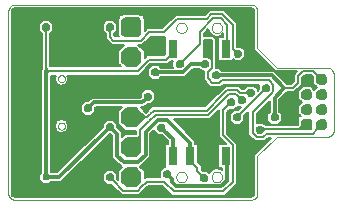
<source format=gbr>
G04 PROTEUS RS274X GERBER FILE*
%FSLAX45Y45*%
%MOMM*%
G01*
%ADD10C,0.177800*%
%ADD11C,0.300000*%
%ADD14C,0.609600*%
%AMPPAD013*
4,1,36,
-0.800000,0.495200,
-0.800000,-0.495200,
-0.793940,-0.557520,
-0.776490,-0.615160,
-0.748770,-0.666980,
-0.711890,-0.711890,
-0.666980,-0.748760,
-0.615160,-0.776480,
-0.557520,-0.793930,
-0.495200,-0.800000,
0.495200,-0.800000,
0.557520,-0.793930,
0.615160,-0.776480,
0.666980,-0.748760,
0.711890,-0.711890,
0.748770,-0.666980,
0.776490,-0.615160,
0.793940,-0.557520,
0.800000,-0.495200,
0.800000,0.495200,
0.793940,0.557520,
0.776490,0.615160,
0.748770,0.666980,
0.711890,0.711890,
0.666980,0.748760,
0.615160,0.776480,
0.557520,0.793930,
0.495200,0.800000,
-0.495200,0.800000,
-0.557520,0.793930,
-0.615160,0.776480,
-0.666980,0.748760,
-0.711890,0.711890,
-0.748770,0.666980,
-0.776490,0.615160,
-0.793940,0.557520,
-0.800000,0.495200,
0*%
%ADD21PPAD013*%
%ADD22C,1.600000*%
%AMPPAD016*
4,1,36,
0.450000,0.323000,
0.450000,-0.323000,
0.447470,-0.348970,
0.440200,-0.372980,
0.428650,-0.394580,
0.413290,-0.413290,
0.394570,-0.428650,
0.372980,-0.440200,
0.348970,-0.447470,
0.323000,-0.450000,
-0.323000,-0.450000,
-0.348970,-0.447470,
-0.372980,-0.440200,
-0.394570,-0.428650,
-0.413290,-0.413290,
-0.428650,-0.394580,
-0.440200,-0.372980,
-0.447470,-0.348970,
-0.450000,-0.323000,
-0.450000,0.323000,
-0.447470,0.348970,
-0.440200,0.372980,
-0.428650,0.394580,
-0.413290,0.413290,
-0.394570,0.428650,
-0.372980,0.440200,
-0.348970,0.447470,
-0.323000,0.450000,
0.323000,0.450000,
0.348970,0.447470,
0.372980,0.440200,
0.394570,0.428650,
0.413290,0.413290,
0.428650,0.394580,
0.440200,0.372980,
0.447470,0.348970,
0.450000,0.323000,
0*%
%ADD24PPAD016*%
%ADD25C,0.900000*%
%ADD72R,1.000000X0.800000*%
%ADD73R,0.700000X1.500000*%
%ADD29C,0.025400*%
G36*
X+1469631Y+795239D02*
X+1476471Y+790672D01*
X+1481039Y+783831D01*
X+1483360Y+771990D01*
X+1483360Y+445628D01*
X+1664828Y+264160D01*
X+1846388Y+264160D01*
X+1818184Y+235956D01*
X+1818184Y+179372D01*
X+1795021Y+156209D01*
X+1763269Y+156209D01*
X+1649209Y+270269D01*
X+1208769Y+270269D01*
X+1189479Y+289559D01*
X+1163271Y+289559D01*
X+1163271Y+541779D01*
X+1155969Y+549081D01*
X+1155969Y+558269D01*
X+1146781Y+558269D01*
X+1142441Y+562609D01*
X+1057909Y+562609D01*
X+1057909Y+582171D01*
X+1097839Y+622101D01*
X+1103698Y+597425D01*
X+1133395Y+566859D01*
X+1169300Y+557782D01*
X+1205205Y+566859D01*
X+1221741Y+583879D01*
X+1221741Y+558269D01*
X+1182631Y+558269D01*
X+1182631Y+354931D01*
X+1305969Y+354931D01*
X+1305969Y+364593D01*
X+1318771Y+351791D01*
X+1373629Y+351791D01*
X+1407159Y+385321D01*
X+1407159Y+440179D01*
X+1373629Y+473709D01*
X+1341469Y+473709D01*
X+1341469Y+670410D01*
X+1229636Y+782243D01*
X+1107218Y+782243D01*
X+1067907Y+742932D01*
X+819644Y+742932D01*
X+705448Y+628736D01*
X+578551Y+628736D01*
X+556259Y+606444D01*
X+556259Y+706879D01*
X+551169Y+711969D01*
X+551169Y+741669D01*
X+521469Y+741669D01*
X+516379Y+746759D01*
X+372621Y+746759D01*
X+367531Y+741669D01*
X+337831Y+741669D01*
X+337831Y+711969D01*
X+332741Y+706879D01*
X+332741Y+563121D01*
X+336991Y+558871D01*
X+307766Y+558871D01*
X+297239Y+569398D01*
X+297239Y+582631D01*
X+322639Y+608031D01*
X+322639Y+662889D01*
X+289109Y+696419D01*
X+234251Y+696419D01*
X+200721Y+662889D01*
X+200721Y+608031D01*
X+226121Y+582631D01*
X+226121Y+539940D01*
X+278308Y+487753D01*
X+386665Y+487753D01*
X+332741Y+433829D01*
X+332741Y+328171D01*
X+356046Y+304866D01*
X-243761Y+304866D01*
X-243761Y+582631D01*
X-218361Y+608031D01*
X-218361Y+662889D01*
X-251891Y+696419D01*
X-306749Y+696419D01*
X-340279Y+662889D01*
X-340279Y+608031D01*
X-314879Y+582631D01*
X-314879Y+286556D01*
X-320989Y+280446D01*
X-320989Y-595388D01*
X-336469Y-610868D01*
X-336469Y-658212D01*
X-302992Y-691689D01*
X-255648Y-691689D01*
X-240168Y-676209D01*
X-146591Y-676209D01*
X+262109Y-267509D01*
X+266171Y-267509D01*
X+282181Y-283519D01*
X+282181Y-468109D01*
X+363741Y-549669D01*
X+365243Y-549669D01*
X+332741Y-582171D01*
X+332741Y-652853D01*
X+325099Y-645211D01*
X+325099Y-607111D01*
X+291569Y-573581D01*
X+236711Y-573581D01*
X+203181Y-607111D01*
X+203181Y-661969D01*
X+236711Y-695499D01*
X+274811Y-695499D01*
X+361571Y-782259D01*
X+511982Y-782259D01*
X+588703Y-705538D01*
X+706657Y-705538D01*
X+789472Y-788353D01*
X+1239674Y-788353D01*
X+1341447Y-686580D01*
X+1341447Y-347808D01*
X+1258287Y-264648D01*
X+1258287Y-81051D01*
X+1278379Y-60959D01*
X+1316479Y-60959D01*
X+1343025Y-34413D01*
X+1350521Y-41909D01*
X+1374653Y-41909D01*
X+1350521Y-66041D01*
X+1312421Y-66041D01*
X+1278891Y-99571D01*
X+1278891Y-154429D01*
X+1312421Y-187959D01*
X+1367279Y-187959D01*
X+1400809Y-154429D01*
X+1400809Y-116329D01*
X+1436618Y-80520D01*
X+1436618Y-273528D01*
X+1490970Y-327880D01*
X+1575808Y-327880D01*
X+1604055Y-299633D01*
X+1629355Y-299633D01*
X+1483360Y-445628D01*
X+1483360Y-771989D01*
X+1481039Y-783831D01*
X+1476472Y-790672D01*
X+1469631Y-795239D01*
X+1457789Y-797560D01*
X-543389Y-797560D01*
X-555231Y-795239D01*
X-562072Y-790672D01*
X-566639Y-783831D01*
X-568960Y-771989D01*
X-568960Y+771989D01*
X-566639Y+783831D01*
X-562072Y+790672D01*
X-555231Y+795239D01*
X-543389Y+797560D01*
X+1457789Y+797560D01*
X+1469631Y+795239D01*
G37*
%LPC*%
G36*
X+678430Y-726605D02*
X+678430Y-746595D01*
X+664295Y-760730D01*
X+644305Y-760730D01*
X+630170Y-746595D01*
X+630170Y-726605D01*
X+644305Y-712470D01*
X+664295Y-712470D01*
X+678430Y-726605D01*
G37*
G36*
X+1408430Y-726605D02*
X+1408430Y-746595D01*
X+1394295Y-760730D01*
X+1374305Y-760730D01*
X+1360170Y-746595D01*
X+1360170Y-726605D01*
X+1374305Y-712470D01*
X+1394295Y-712470D01*
X+1408430Y-726605D01*
G37*
G36*
X+1387982Y-535490D02*
X+1380618Y-535490D01*
X+1375410Y-530282D01*
X+1375410Y-522918D01*
X+1380618Y-517710D01*
X+1387982Y-517710D01*
X+1393190Y-522918D01*
X+1393190Y-530282D01*
X+1387982Y-535490D01*
G37*
G36*
X+1408430Y+746595D02*
X+1408430Y+726605D01*
X+1394295Y+712470D01*
X+1374305Y+712470D01*
X+1360170Y+726605D01*
X+1360170Y+746595D01*
X+1374305Y+760730D01*
X+1394295Y+760730D01*
X+1408430Y+746595D01*
G37*
G36*
X+1380618Y+535490D02*
X+1387982Y+535490D01*
X+1393190Y+530282D01*
X+1393190Y+522918D01*
X+1387982Y+517710D01*
X+1380618Y+517710D01*
X+1375410Y+522918D01*
X+1375410Y+530282D01*
X+1380618Y+535490D01*
G37*
G36*
X+678430Y+746595D02*
X+678430Y+726605D01*
X+664295Y+712470D01*
X+644305Y+712470D01*
X+630170Y+726605D01*
X+630170Y+746595D01*
X+644305Y+760730D01*
X+664295Y+760730D01*
X+678430Y+746595D01*
G37*
G36*
X+1747520Y+180505D02*
X+1747520Y+200495D01*
X+1761655Y+214630D01*
X+1781645Y+214630D01*
X+1795780Y+200495D01*
X+1795780Y+180505D01*
X+1781645Y+166370D01*
X+1761655Y+166370D01*
X+1747520Y+180505D01*
G37*
G36*
X+1322070Y+313855D02*
X+1322070Y+333845D01*
X+1336205Y+347980D01*
X+1356195Y+347980D01*
X+1370330Y+333845D01*
X+1370330Y+313855D01*
X+1356195Y+299720D01*
X+1336205Y+299720D01*
X+1322070Y+313855D01*
G37*
G36*
X+1283970Y-241395D02*
X+1283970Y-221405D01*
X+1298105Y-207270D01*
X+1318095Y-207270D01*
X+1332230Y-221405D01*
X+1332230Y-241395D01*
X+1318095Y-255530D01*
X+1298105Y-255530D01*
X+1283970Y-241395D01*
G37*
G36*
X-385730Y-404995D02*
X-385730Y-385005D01*
X-371595Y-370870D01*
X-351605Y-370870D01*
X-337470Y-385005D01*
X-337470Y-404995D01*
X-351605Y-419130D01*
X-371595Y-419130D01*
X-385730Y-404995D01*
G37*
G36*
X-385730Y+385005D02*
X-385730Y+404995D01*
X-371595Y+419130D01*
X-351605Y+419130D01*
X-337470Y+404995D01*
X-337470Y+385005D01*
X-351605Y+370870D01*
X-371595Y+370870D01*
X-385730Y+385005D01*
G37*
G36*
X+80010Y+323205D02*
X+80010Y+343195D01*
X+94145Y+357330D01*
X+114135Y+357330D01*
X+128270Y+343195D01*
X+128270Y+323205D01*
X+114135Y+309070D01*
X+94145Y+309070D01*
X+80010Y+323205D01*
G37*
G36*
X-544830Y-759295D02*
X-544830Y-739305D01*
X-530695Y-725170D01*
X-510705Y-725170D01*
X-496570Y-739305D01*
X-496570Y-759295D01*
X-510705Y-773430D01*
X-530695Y-773430D01*
X-544830Y-759295D01*
G37*
G36*
X-140730Y+325005D02*
X-140730Y+344995D01*
X-126595Y+359130D01*
X-106605Y+359130D01*
X-92470Y+344995D01*
X-92470Y+325005D01*
X-106605Y+310870D01*
X-126595Y+310870D01*
X-140730Y+325005D01*
G37*
G36*
X-544830Y+739305D02*
X-544830Y+759295D01*
X-530695Y+773430D01*
X-510705Y+773430D01*
X-496570Y+759295D01*
X-496570Y+739305D01*
X-510705Y+725170D01*
X-530695Y+725170D01*
X-544830Y+739305D01*
G37*
%LPD*%
G36*
X+732631Y+406669D02*
X+724471Y+398509D01*
X+576261Y+398509D01*
X+556259Y+378507D01*
X+556259Y+433829D01*
X+502335Y+487753D01*
X+538144Y+487753D01*
X+608009Y+557618D01*
X+732631Y+557618D01*
X+732631Y+406669D01*
G37*
%LPC*%
G36*
X+650618Y+535490D02*
X+657982Y+535490D01*
X+663190Y+530282D01*
X+663190Y+522918D01*
X+657982Y+517710D01*
X+650618Y+517710D01*
X+645410Y+522918D01*
X+645410Y+530282D01*
X+650618Y+535490D01*
G37*
%LPD*%
G36*
X+792541Y+352279D02*
X+792541Y+297421D01*
X+794293Y+295669D01*
X+694419Y+295669D01*
X+675129Y+314959D01*
X+620271Y+314959D01*
X+586741Y+281429D01*
X+586741Y+226571D01*
X+620271Y+193041D01*
X+675129Y+193041D01*
X+694419Y+212331D01*
X+899909Y+212331D01*
X+969759Y+282181D01*
X+1020081Y+282181D01*
X+1039371Y+262891D01*
X+1056641Y+262891D01*
X+1056641Y+188471D01*
X+1113140Y+131972D01*
X+1203960Y+131972D01*
X+1223396Y+151408D01*
X+1529870Y+151408D01*
X+1526541Y+148079D01*
X+1526541Y+109979D01*
X+1515109Y+98547D01*
X+1515109Y+109979D01*
X+1481579Y+143509D01*
X+1426721Y+143509D01*
X+1401321Y+118109D01*
X+1379401Y+118109D01*
X+1354022Y+143488D01*
X+1243815Y+143488D01*
X+1066968Y-33359D01*
X+620131Y-33359D01*
X+567789Y-85701D01*
X+523757Y-41669D01*
X+551460Y-41669D01*
X+582169Y-10959D01*
X+611629Y-10959D01*
X+645159Y+22571D01*
X+645159Y+77429D01*
X+611629Y+110959D01*
X+556771Y+110959D01*
X+523241Y+77429D01*
X+523241Y+47969D01*
X+516941Y+41669D01*
X+109741Y+41669D01*
X+78231Y+10159D01*
X+48771Y+10159D01*
X+15241Y-23371D01*
X+15241Y-78229D01*
X+48771Y-111759D01*
X+103629Y-111759D01*
X+137159Y-78229D01*
X+137159Y-48769D01*
X+144259Y-41669D01*
X+365243Y-41669D01*
X+332741Y-74171D01*
X+332741Y-179829D01*
X+391671Y-238759D01*
X+485141Y-238759D01*
X+485141Y-269241D01*
X+391671Y-269241D01*
X+365519Y-295393D01*
X+365519Y-249001D01*
X+325099Y-208581D01*
X+325099Y-179121D01*
X+291569Y-145591D01*
X+236711Y-145591D01*
X+203181Y-179121D01*
X+203181Y-208581D01*
X-181109Y-592871D01*
X-237651Y-592871D01*
X-237651Y+227627D01*
X-193814Y+227627D01*
X-204540Y+206759D01*
X-204540Y+193241D01*
X-183618Y+152538D01*
X-146600Y+140657D01*
X-109582Y+152538D01*
X-88660Y+193241D01*
X-88660Y+206759D01*
X-99386Y+227627D01*
X+505955Y+227627D01*
X+605719Y+327391D01*
X+753929Y+327391D01*
X+781469Y+354931D01*
X+795193Y+354931D01*
X+792541Y+352279D01*
G37*
%LPC*%
G36*
X-120604Y-149000D02*
X-109582Y-152538D01*
X-88660Y-193241D01*
X-88660Y-206759D01*
X-91751Y-212773D01*
X-109582Y-247462D01*
X-120604Y-251000D01*
X-146600Y-259343D01*
X-183618Y-247462D01*
X-204540Y-206759D01*
X-204540Y-193241D01*
X-201449Y-187227D01*
X-183618Y-152538D01*
X-172596Y-149000D01*
X-146600Y-140657D01*
X-120604Y-149000D01*
G37*
G36*
X+467858Y+70610D02*
X+421142Y+70610D01*
X+388110Y+103642D01*
X+388110Y+150358D01*
X+421142Y+183390D01*
X+467858Y+183390D01*
X+500890Y+150358D01*
X+500890Y+103642D01*
X+467858Y+70610D01*
G37*
G36*
X-140730Y-344995D02*
X-140730Y-325005D01*
X-126595Y-310870D01*
X-106605Y-310870D01*
X-92470Y-325005D01*
X-92470Y-344995D01*
X-106605Y-359130D01*
X-126595Y-359130D01*
X-140730Y-344995D01*
G37*
G36*
X+904370Y+15005D02*
X+904370Y+34995D01*
X+918505Y+49130D01*
X+938495Y+49130D01*
X+952630Y+34995D01*
X+952630Y+15005D01*
X+938495Y+870D01*
X+918505Y+870D01*
X+904370Y+15005D01*
G37*
%LPD*%
G36*
X+1983741Y+213871D02*
X+1983741Y+156721D01*
X+2013462Y+127000D01*
X+1993900Y+107438D01*
X+1964179Y+137159D01*
X+1896621Y+137159D01*
X+1856741Y+97279D01*
X+1856741Y+29721D01*
X+1886462Y+0D01*
X+1856741Y-29721D01*
X+1856741Y-97279D01*
X+1878293Y-118831D01*
X+1858731Y-118831D01*
X+1858731Y-142031D01*
X+1856741Y-144021D01*
X+1856741Y-188471D01*
X+1852171Y-193041D01*
X+1583129Y-193041D01*
X+1560529Y-170441D01*
X+1507736Y-170441D01*
X+1507736Y-97684D01*
X+1615681Y+10261D01*
X+1615681Y-80281D01*
X+1596391Y-99572D01*
X+1596391Y-154430D01*
X+1629921Y-187960D01*
X+1684779Y-187960D01*
X+1718309Y-154430D01*
X+1718309Y-99572D01*
X+1711959Y-93221D01*
X+1699019Y-80281D01*
X+1699019Y+20841D01*
X+1763269Y+85091D01*
X+1824479Y+85091D01*
X+1889302Y+149914D01*
X+1889302Y+206498D01*
X+1911367Y+228563D01*
X+1913464Y+228563D01*
X+1891510Y+206609D01*
X+1891510Y+174391D01*
X+1914291Y+151610D01*
X+1946509Y+151610D01*
X+1969290Y+174391D01*
X+1969290Y+206609D01*
X+1947336Y+228563D01*
X+1969049Y+228563D01*
X+1983741Y+213871D01*
G37*
%LPC*%
G36*
X+1512570Y-136996D02*
X+1512570Y-117006D01*
X+1526705Y-102871D01*
X+1546695Y-102871D01*
X+1560830Y-117006D01*
X+1560830Y-136996D01*
X+1546695Y-151131D01*
X+1526705Y-151131D01*
X+1512570Y-136996D01*
G37*
%LPD*%
G36*
X+1187169Y-279377D02*
X+1187169Y-294106D01*
X+1247994Y-354931D01*
X+1182631Y-354931D01*
X+1182631Y-558269D01*
X+1209281Y-558269D01*
X+1209281Y-571054D01*
X+1205205Y-566859D01*
X+1197529Y-564918D01*
X+1169300Y-557782D01*
X+1133395Y-566859D01*
X+1104297Y-596809D01*
X+1087879Y-580391D01*
X+1049779Y-580391D01*
X+1038859Y-569471D01*
X+1038859Y-537721D01*
X+1005969Y-504831D01*
X+1005969Y-354931D01*
X+985969Y-354931D01*
X+985969Y-323791D01*
X+802183Y-140005D01*
X+1111066Y-140005D01*
X+1187169Y-63902D01*
X+1187169Y-279377D01*
G37*
%LPC*%
G36*
X+1093470Y-505296D02*
X+1093470Y-485306D01*
X+1107605Y-471171D01*
X+1127595Y-471171D01*
X+1141730Y-485306D01*
X+1141730Y-505296D01*
X+1127595Y-519431D01*
X+1107605Y-519431D01*
X+1093470Y-505296D01*
G37*
%LPD*%
G36*
X+637541Y-241729D02*
X+671071Y-275259D01*
X+700531Y-275259D01*
X+752631Y-327359D01*
X+752631Y-354931D01*
X+732631Y-354931D01*
X+732631Y-548641D01*
X+721871Y-548641D01*
X+688341Y-582171D01*
X+688341Y-634366D01*
X+674246Y-634366D01*
X+674192Y-634420D01*
X+559245Y-634420D01*
X+556259Y-637406D01*
X+556259Y-582171D01*
X+521333Y-547245D01*
X+606539Y-462039D01*
X+606539Y-265189D01*
X+637541Y-234187D01*
X+637541Y-241729D01*
G37*
%LPC*%
G36*
X+657982Y-535490D02*
X+650618Y-535490D01*
X+645410Y-530282D01*
X+645410Y-522918D01*
X+650618Y-517710D01*
X+657982Y-517710D01*
X+663190Y-522918D01*
X+663190Y-530282D01*
X+657982Y-535490D01*
G37*
G36*
X+622320Y-340195D02*
X+622320Y-320205D01*
X+636455Y-306070D01*
X+656445Y-306070D01*
X+670580Y-320205D01*
X+670580Y-340195D01*
X+656445Y-354330D01*
X+636455Y-354330D01*
X+622320Y-340195D01*
G37*
%LPD*%
D10*
X+444500Y+381000D02*
X+444500Y+457200D01*
X+482600Y+457200D01*
X+520700Y+419100D01*
X+520700Y+342900D01*
X+482600Y+304800D01*
X+406400Y+304800D01*
X+368300Y+342900D01*
X+368300Y+419100D01*
X+406400Y+457200D01*
X+444500Y+457200D01*
X+444500Y+635000D02*
X+444500Y+711200D01*
X+501650Y+711200D01*
X+520700Y+692150D01*
X+520700Y+577850D01*
X+501650Y+558800D01*
X+387350Y+558800D01*
X+368300Y+577850D01*
X+368300Y+692150D01*
X+387350Y+711200D01*
X+444500Y+711200D01*
X+76200Y-50800D02*
X+95250Y-31750D01*
D11*
X+476250Y+0D02*
X+495300Y+0D01*
X+534200Y+0D01*
D10*
X+584200Y+50000D02*
X+565150Y+30950D01*
X+590550Y+24600D02*
X+571500Y+24600D01*
X+558800Y+24600D01*
X+584200Y+50000D02*
X+584200Y+75400D01*
X+596900Y+75400D01*
X+609600Y+62700D01*
X+609600Y+37300D01*
X+596900Y+24600D01*
X+590550Y+24600D01*
X+571500Y+24600D02*
X+565150Y+30950D01*
D11*
X+558800Y+24600D01*
X+534200Y+0D01*
D10*
X+558800Y+43650D02*
X+558800Y+37300D01*
X+558800Y+24600D01*
X+565150Y+30950D02*
X+558800Y+37300D01*
X+558800Y+43650D02*
X+558800Y+62700D01*
X+571500Y+75400D01*
X+596900Y+75400D01*
X+101600Y-45250D02*
X+101600Y-38100D01*
X+101600Y-25400D01*
X+95250Y-31750D02*
X+101600Y-38100D01*
D11*
X+95250Y-31750D02*
X+101600Y-25400D01*
X+127000Y+0D01*
X+476250Y+0D01*
D10*
X+82550Y-25400D02*
X+88900Y-25400D01*
X+101600Y-25400D01*
X+76200Y-50800D02*
X+76200Y-25400D01*
X+82550Y-25400D01*
X+88900Y-25400D02*
X+95250Y-31750D01*
X+101600Y-45250D02*
X+101600Y-63500D01*
X+88900Y-76200D01*
X+63500Y-76200D01*
X+50800Y-63500D01*
X+50800Y-38100D01*
X+63500Y-25400D01*
X+82550Y-25400D01*
X+283190Y-225600D02*
X+276840Y-231950D01*
X+646450Y-330200D02*
X+646450Y-355600D01*
X+671850Y-342900D02*
X+659150Y-355600D01*
X+646450Y-368300D01*
X+646450Y-330200D02*
X+646450Y-304800D01*
X+659150Y-304800D01*
X+671850Y-317500D01*
X+671850Y-342900D01*
X+659150Y-355600D02*
X+646450Y-355600D01*
X+646450Y-368300D01*
X+646450Y-518750D01*
X+654300Y-526600D01*
X+627400Y-349250D02*
X+633750Y-355600D01*
X+646450Y-368300D01*
X+646450Y-355600D02*
X+633750Y-355600D01*
X+627400Y-349250D02*
X+621050Y-342900D01*
X+621050Y-317500D01*
X+633750Y-304800D01*
X+659150Y-304800D01*
X+238740Y-206550D02*
X+264140Y-206550D01*
X+238740Y-206550D02*
X+238740Y-193850D01*
X+251440Y-181150D01*
X+276840Y-181150D01*
X+238740Y-219250D02*
X+238740Y-206550D01*
X+251440Y-231950D02*
X+238740Y-231950D01*
D11*
X+212145Y-258545D01*
D10*
X+238740Y-231950D02*
X+238740Y-219250D01*
X+264140Y-206550D02*
X+289540Y-206550D01*
X+282795Y-187105D02*
X+289540Y-193850D01*
X+264140Y-206550D02*
X+264140Y-181150D01*
X+276840Y-181150D01*
X+282795Y-187105D01*
X+283190Y-225600D02*
X+289540Y-219250D01*
D11*
X-247570Y-634540D02*
X-276380Y-634540D01*
X-279320Y-634540D01*
X-247570Y-634540D02*
X-163850Y-634540D01*
X+212145Y-258545D01*
D10*
X+853500Y+324850D02*
X+878900Y+324850D01*
X+872550Y+305800D02*
X+878900Y+312150D01*
X+872550Y+343900D02*
X+878900Y+337550D01*
X+1346200Y+412750D02*
X+1346200Y+438150D01*
X+1358900Y+438150D01*
X+1371600Y+425450D01*
X+1371600Y+406400D01*
X+368300Y+127000D02*
X+368300Y+165100D01*
X+406400Y+203200D01*
X+444500Y+203200D01*
X+444500Y-635000D02*
X+520700Y-635000D01*
X+444500Y-635000D02*
X+444500Y-558800D01*
X+482600Y-558800D01*
X+520700Y-596900D01*
X+520700Y-635000D01*
X+520700Y-673100D01*
X+482600Y-711200D01*
X+406400Y-711200D01*
X+368300Y-673100D01*
X+368300Y-596900D01*
X+406400Y-558800D01*
X+444500Y-558800D01*
X+753400Y+377150D02*
X+739200Y+362950D01*
X+794300Y+456600D02*
X+794300Y+418050D01*
X+753400Y+377150D01*
X-116600Y-335000D02*
X+13074Y-205326D01*
X+13074Y-24520D01*
X+164594Y+127000D01*
X+368300Y+127000D01*
X+444500Y+127000D01*
X+1346200Y+412750D02*
X+1327150Y+431800D01*
X+1320800Y+412750D02*
X+1320800Y+425450D01*
X+1320800Y+438150D01*
X+1327150Y+431800D02*
X+1320800Y+438150D01*
X+1346200Y+412750D02*
X+1371600Y+412750D01*
X+1371600Y+400050D01*
X+1358900Y+387350D01*
X+1333500Y+387350D01*
X+1320800Y+400050D01*
X+1320800Y+412750D01*
X+1320800Y+425450D02*
X+1327150Y+431800D01*
X+1339850Y+438150D02*
X+1333500Y+438150D01*
X+1320800Y+438150D01*
X+1327150Y+431800D02*
X+1333500Y+438150D01*
X+1339850Y+438150D02*
X+1346200Y+438150D01*
X+444500Y-50800D02*
X+482600Y-50800D01*
X+444500Y-127000D02*
X+444500Y-50800D01*
X+444500Y-381000D02*
X+501650Y-438150D01*
X+482600Y-457200D01*
X+406400Y-457200D01*
X+368300Y-419100D01*
X+368300Y-342900D01*
X+406400Y-304800D01*
X+444500Y-304800D01*
X+2057400Y-63500D02*
X+2057400Y-25400D01*
X+2076450Y-25400D01*
X+2095500Y-44450D01*
X+2095500Y-82550D01*
X+2076450Y-101600D01*
X+2038350Y-101600D01*
X+2019300Y-82550D01*
X+2019300Y-44450D01*
X+2038350Y-25400D01*
X+2057400Y-25400D01*
X+2057400Y+63500D02*
X+2057400Y+101600D01*
X+2076450Y+101600D01*
X+2095500Y+82550D01*
X+2095500Y+44450D01*
X+2076450Y+25400D01*
X+2038350Y+25400D01*
X+2019300Y+44450D01*
X+2019300Y+82550D01*
X+2038350Y+101600D01*
X+2057400Y+101600D01*
X+1892300Y+190500D02*
X+1892300Y+209550D01*
X+1911350Y+228600D01*
X+1930400Y+228600D01*
X+1930400Y+190500D02*
X+1892300Y+190500D01*
X+1930400Y+63500D02*
X+1930400Y+101600D01*
X+1949450Y+101600D01*
X+1968500Y+82550D01*
X+1968500Y+44450D01*
X+1949450Y+25400D01*
X+1911350Y+25400D01*
X+1901825Y+34925D01*
X+1892300Y+44450D01*
X+1892300Y+63500D01*
X+1901825Y+34925D02*
X+1930400Y+63500D01*
X+1930400Y-63500D02*
X+1930400Y-25400D01*
X+1949450Y-25400D01*
X+1968500Y-44450D01*
X+1968500Y-82550D01*
X+1949450Y-101600D01*
X+1911350Y-101600D01*
X+1901825Y-92075D01*
X+1892300Y-82550D01*
X+1892300Y-63500D01*
X+2057400Y-190500D02*
X+2028825Y-219075D01*
X+1263650Y+6350D02*
X+1263650Y+12700D01*
X+1276350Y+25400D01*
X+1301750Y+25400D01*
X+1892300Y-190500D02*
X+1930400Y-190500D01*
X+1898650Y-228600D02*
X+1892300Y-222250D01*
X+1892300Y-190500D02*
X+1892300Y-158750D01*
X+1898650Y-152400D02*
X+1930400Y-152400D01*
X+2053850Y-228600D02*
X+2038350Y-228600D01*
X+2019300Y-228600D01*
X+2057400Y-190500D02*
X+2057400Y-152400D01*
X+2076450Y-152400D01*
X+2095500Y-171450D01*
X+2095500Y-209550D01*
X+2076450Y-228600D01*
X+2053850Y-228600D01*
X+2038350Y-228600D02*
X+2028825Y-219075D01*
X+2019300Y-228600D01*
X+2019300Y-201600D02*
X+2019300Y-209550D01*
X+2019300Y-228600D01*
X+2028825Y-219075D02*
X+2019300Y-209550D01*
X+2019300Y-201600D02*
X+2019300Y-171450D01*
X+2038350Y-152400D01*
X+2057400Y-152400D01*
X+1533100Y-231400D02*
X+1558500Y-231400D01*
X+1558500Y-237750D01*
X+1539450Y-206000D02*
X+1545800Y-206000D01*
X+1552150Y-212350D01*
X+1930400Y+63500D02*
X+1892300Y+63500D01*
D11*
X+238740Y-231950D02*
X+245090Y-225600D01*
D10*
X+264140Y-206550D01*
X+251440Y-231950D02*
X+245090Y-225600D01*
X+238740Y-219250D01*
X+289540Y-647240D02*
X+283190Y-653590D01*
X+276840Y-659940D01*
X+1289050Y+0D02*
X+1289050Y-25400D01*
X+289540Y-659940D02*
X+283190Y-653590D01*
X+264140Y-634540D01*
X+264140Y-659940D02*
X+270490Y-659940D01*
X+276840Y-659940D01*
X+289540Y-659940D01*
X+264140Y-659940D02*
X+251440Y-659940D01*
X+238740Y-647240D01*
X+238740Y-621840D01*
X+251440Y-609140D01*
X+276840Y-609140D01*
X+289540Y-628190D02*
X+289540Y-634540D01*
X+289540Y-647240D01*
X+289540Y-659940D01*
X+264140Y-634540D02*
X+264140Y-609140D01*
X+276840Y-609140D01*
X+289540Y-621840D01*
X+289540Y-628190D01*
X+497253Y-746700D02*
X+376300Y-746700D01*
X+289540Y-659940D01*
X+774700Y-603250D02*
X+774700Y-622300D01*
X+749300Y-609600D02*
X+749300Y-584200D01*
X+762000Y-584200D01*
X+774700Y-596900D01*
X+774700Y-603250D01*
X+723900Y-622300D02*
X+723900Y-596900D01*
X+736600Y-584200D01*
X+762000Y-584200D01*
X+688975Y-669925D02*
X+715287Y-669925D01*
X+715341Y-669979D01*
X+723900Y-622300D02*
X+736600Y-635000D01*
X+762000Y-635000D02*
X+736600Y-635000D01*
X+609600Y-669979D02*
X+670540Y-669979D01*
X+715341Y-669979D01*
X+609600Y-669979D02*
X+573974Y-669979D01*
X+527672Y-716281D01*
X+497253Y-746700D01*
X+1041400Y-622300D02*
X+1047750Y-615950D01*
X+1060450Y-615950D02*
X+1073150Y-615950D01*
X+1085850Y-628650D01*
X+1085850Y-654050D01*
X+1060450Y-641350D02*
X+1085850Y-641350D01*
X+1085850Y-654050D01*
X+1073150Y-666750D01*
X+1047750Y-666750D01*
X+1035050Y-654050D01*
X+1035050Y-641350D01*
X+1035050Y-628650D02*
X+1041400Y-622300D01*
X+698500Y-214300D02*
X+717550Y-233350D01*
X+444500Y-127000D02*
X+501650Y-69850D01*
X+482600Y-50800D02*
X+501650Y-69850D01*
X+520700Y-100000D02*
X+520700Y-88900D01*
X+444500Y-381000D02*
X+501650Y-323850D01*
X+1930400Y+63500D02*
X+1901825Y+92075D01*
X+1892300Y+63500D02*
X+1892300Y+82550D01*
X+1901825Y+92075D01*
X+1911350Y+101600D01*
X+1930400Y+101600D01*
X+1930400Y-63500D02*
X+1901825Y-34925D01*
X+1892300Y-63500D02*
X+1892300Y-44450D01*
X+1901825Y-34925D01*
X+1911350Y-25400D01*
X+1930400Y-25400D01*
X+520700Y-373050D02*
X+520700Y-342900D01*
X+501650Y-323850D02*
X+520700Y-342900D01*
X+520700Y-373050D02*
X+520700Y-419100D01*
X+501650Y-438150D01*
X+444500Y-381000D02*
X+444500Y-304800D01*
X+469900Y-304800D01*
X+482600Y-304800D02*
X+501650Y-323850D01*
X+501650Y-304800D02*
X+511175Y-314325D01*
X+520700Y-323850D01*
X+501650Y-323850D02*
X+511175Y-314325D01*
X+520700Y-304800D01*
X+501650Y-304800D02*
X+520700Y-304800D01*
X+520700Y-334950D02*
X+520700Y-328600D01*
X+520700Y-323850D01*
X+520700Y-342900D02*
X+520700Y-334950D01*
X+520700Y-284150D02*
X+500050Y-304800D01*
X+482600Y-304800D01*
X+469900Y-304800D01*
X+500050Y-304800D02*
X+501650Y-304800D01*
D11*
X+717550Y-233350D02*
X+723900Y-239700D01*
X+794300Y-310100D01*
X+794300Y-456600D01*
D10*
X+698500Y-214300D02*
X+723900Y-214300D01*
X+723900Y-227000D02*
X+717550Y-233350D01*
X+711200Y-239700D01*
X+264140Y-231950D02*
X+264140Y-206550D01*
X+283190Y-225600D01*
X+289540Y-193850D02*
X+289540Y-206550D01*
X+289540Y-219250D01*
X+289540Y-231950D01*
D11*
X+283190Y-225600D02*
X+289540Y-231950D01*
D10*
X+260350Y-231950D02*
X+264140Y-231950D01*
X+269500Y-231950D01*
X+276840Y-231950D01*
X+289540Y-231950D01*
X+260350Y-231950D02*
X+251440Y-231950D01*
D11*
X+944300Y-456600D02*
X+944300Y-341050D01*
X+749300Y-146050D01*
X+666750Y-146050D01*
X+564870Y-247930D01*
X+564870Y-444780D01*
X+501650Y-508000D01*
X+381000Y-508000D01*
X+323850Y-450850D01*
X+323850Y-266260D01*
X+289540Y-231950D01*
D10*
X+723900Y-201600D02*
X+723900Y-207950D01*
X+723900Y-214300D01*
X+723900Y-227000D01*
X+723900Y-239700D01*
X+698500Y-239700D02*
X+685800Y-239700D01*
X+673100Y-227000D01*
X+673100Y-201600D01*
X+685800Y-188900D01*
X+711200Y-188900D01*
X+723900Y-201600D01*
X+698500Y-239700D02*
X+711200Y-239700D01*
X+723900Y-239700D01*
X+749300Y-609600D02*
X+768350Y-628650D01*
X+774700Y-622300D02*
X+768350Y-628650D01*
X+762000Y-635000D01*
D11*
X+768350Y-628650D02*
X+787400Y-647700D01*
X+787400Y-673100D01*
X+825501Y-711201D01*
X+1206500Y-711201D01*
X+1250950Y-666751D01*
X+1250950Y-463250D01*
X+1244300Y-456600D01*
D10*
X+1314450Y-12700D02*
X+1301750Y-25400D01*
X+1289050Y+0D02*
X+1289050Y+25400D01*
X+1301750Y+25400D01*
X+1314450Y+12700D01*
X+1314450Y-12700D01*
X+1301750Y-25400D02*
X+1295400Y-25400D01*
X+1263650Y-12700D02*
X+1270000Y-19050D01*
X+1276350Y-25400D01*
X+1035050Y-635000D02*
X+1035050Y-628650D01*
X+1035050Y-615950D01*
X+1035050Y-641350D02*
X+1035050Y-635000D01*
X+1060450Y-615950D02*
X+1047750Y-615950D01*
X+1035050Y-615950D01*
X+1003300Y-558800D02*
X+1003300Y-577850D01*
X+944300Y-456600D02*
X+944300Y-493450D01*
X+1003300Y-552450D01*
X+1003300Y-558800D01*
X+1054100Y-635000D02*
X+1041400Y-622300D01*
X+1035050Y-615950D01*
X+1003300Y-584200D01*
X+1054100Y-635000D02*
X+1060450Y-641350D01*
X+1003300Y-577850D02*
X+1003300Y-584200D01*
X+1377950Y+19050D02*
X+1358900Y+38100D01*
X+1352550Y+19050D02*
X+1352550Y+31750D01*
X+1352550Y+19050D02*
X+1352550Y+6350D01*
X+1365250Y-6350D01*
X+1384300Y-6350D01*
X+1358900Y+38100D02*
X+1352550Y+44450D01*
X+1377950Y+44450D02*
X+1365250Y+44450D01*
X+1352550Y+44450D01*
X+1377950Y+19050D02*
X+1377950Y-6350D01*
X+1390650Y-6350D01*
X+1403350Y+6350D01*
X+1403350Y+31750D01*
X+1390650Y+44450D01*
X+1377950Y+44450D01*
X+1365250Y+44450D02*
X+1358900Y+38100D01*
X+1433166Y+99666D02*
X+1454150Y+82550D01*
X+1435100Y+101600D01*
X+1428750Y+82550D02*
X+1428750Y+95250D01*
X+1454150Y+107950D02*
X+1441450Y+107950D01*
X+1454150Y+107950D02*
X+1466850Y+107950D01*
X+1454150Y+82550D02*
X+1454150Y+107950D01*
X+1454150Y+82550D02*
X+1428750Y+82550D01*
X+1441450Y+57150D02*
X+1428750Y+69850D01*
X+1416050Y+82550D01*
X+1454150Y+107950D02*
X+1466850Y+107950D01*
X+1479550Y+95250D01*
X+1479550Y+69850D01*
X+1466850Y+57150D01*
X+1441450Y+57150D01*
X+1428750Y+69850D02*
X+1428750Y+82550D01*
X+1416050Y+82550D01*
X+1441450Y+107950D02*
X+1435100Y+101600D01*
X+1433166Y+99666D01*
X+1428750Y+95250D01*
X+1416050Y+82550D01*
X+1386435Y+82550D01*
X+1270000Y-19050D02*
X+1282700Y-6350D01*
X+1289050Y+0D01*
X+1295400Y-25400D02*
X+1289050Y-25400D01*
X+1276350Y-25400D01*
X+1263650Y-25400D01*
X+1270000Y-19050D01*
X+1263650Y+6350D02*
X+1263650Y-12700D01*
X+1263650Y-25400D01*
X+1593850Y+95250D02*
X+1574800Y+95250D01*
X+1562100Y+95250D01*
X+1587500Y+120650D02*
X+1587500Y+146050D01*
X+1600200Y+146050D01*
X+1612900Y+133350D01*
X+1612900Y+107950D01*
X+1600200Y+95250D01*
X+1593850Y+95250D01*
X+1574800Y+95250D02*
X+1568450Y+101600D01*
X+1562100Y+120650D02*
X+1562100Y+107950D01*
X+1562100Y+95250D01*
X+1568450Y+101600D02*
X+1562100Y+107950D01*
X+1562100Y+120650D02*
X+1562100Y+133350D01*
X+1574800Y+146050D01*
X+1600200Y+146050D01*
X+1339850Y-127000D02*
X+1358900Y-107950D01*
X+1562100Y+95250D02*
X+1568450Y+101600D01*
X+1587500Y+120650D01*
X+1365250Y-127000D02*
X+1365250Y-114300D01*
X+1365250Y-101600D01*
X+1358900Y-107950D02*
X+1365250Y-101600D01*
X+1562100Y+95250D01*
X+1339850Y-127000D02*
X+1365250Y-127000D01*
X+1358900Y-107950D02*
X+1365250Y-114300D01*
X+1365250Y-127000D02*
X+1365250Y-139700D01*
X+1339850Y-101600D02*
X+1352550Y-101600D01*
X+1365250Y-101600D01*
X+1365250Y-127000D02*
X+1365250Y-139700D01*
X+1352550Y-152400D01*
X+1327150Y-152400D01*
X+1314450Y-139700D01*
X+1314450Y-114300D01*
X+1327150Y-101600D01*
X+1339850Y-101600D01*
X+1352550Y-101600D02*
X+1358900Y-107950D01*
X+872550Y+343900D02*
X+853500Y+324850D01*
X+878900Y+317500D02*
X+878900Y+324850D01*
X+878900Y+337550D01*
X+878900Y+350250D01*
X+878900Y+317500D02*
X+878900Y+312150D01*
X+878900Y+350250D02*
X+872550Y+343900D01*
X+853500Y+350250D02*
X+866200Y+350250D01*
X+878900Y+350250D01*
X+872550Y+305800D02*
X+866200Y+299450D01*
X+840800Y+299450D01*
X+828100Y+312150D01*
X+828100Y+337550D01*
X+840800Y+350250D01*
X+853500Y+350250D01*
X+853500Y+324850D02*
X+853500Y+350250D01*
X+866200Y+350250D02*
X+872550Y+343900D01*
X+1352550Y+44450D02*
X+1336095Y+60905D01*
X+1386435Y+82550D02*
X+1364672Y+82550D01*
X+1358611Y+88611D02*
X+1350800Y+96422D01*
X+1364672Y+82550D02*
X+1358611Y+88611D01*
X+1336087Y+60905D02*
X+1352550Y+44442D01*
X+1358896Y+38096D01*
X+1377942Y+19050D01*
X+1377950Y+19050D01*
X+1352550Y+31750D02*
X+1352550Y+44442D01*
X+1352550Y+44450D01*
X+1358900Y+38100D02*
X+1358896Y+38096D01*
X+1352550Y+31750D01*
X+1336095Y+60905D02*
X+1336087Y+60905D01*
X+1930400Y+190500D02*
X+1901825Y+161925D01*
X+2019300Y+190500D02*
X+2019300Y+209550D01*
X+2019300Y+228600D01*
X+2019300Y+209550D02*
X+2028825Y+219075D01*
X+2057400Y+228600D02*
X+2038350Y+228600D01*
X+2019300Y+228600D01*
X+2028825Y+219075D02*
X+2038350Y+228600D01*
X+2057400Y+190500D02*
X+2057400Y+228600D01*
X+2076450Y+228600D01*
X+2095500Y+209550D01*
X+2095500Y+171450D01*
X+2076450Y+152400D01*
X+2038350Y+152400D01*
X+2019300Y+171450D01*
X+2019300Y+190500D01*
X+1930400Y+152400D02*
X+1911350Y+152400D01*
X+1901825Y+161925D01*
X+1949450Y+152400D02*
X+1962150Y+165100D01*
X+1930400Y+190500D02*
X+1930400Y+228600D01*
X+1949450Y+228600D01*
X+1968500Y+209550D01*
X+1968500Y+171450D01*
X+1962150Y+165100D01*
X+1949450Y+152400D02*
X+1930400Y+152400D01*
X+1892300Y+171450D02*
X+1892300Y+190500D01*
X+1901825Y+161925D02*
X+1898650Y+165100D01*
X+1892300Y+171450D01*
X+2051050Y+196850D02*
X+2028825Y+219075D01*
X+2019300Y+228600D01*
X+2051050Y+196850D02*
X+2057400Y+190500D01*
X+1930400Y-190500D02*
X+1895475Y-155575D01*
X+1898650Y-152400D02*
X+1895475Y-155575D01*
X+1892300Y-158750D01*
X+2019300Y+228600D02*
X+1983778Y+264122D01*
X+1945419Y+264122D01*
X+1657350Y-127001D02*
X+1676400Y-107951D01*
X+1896638Y+264122D02*
X+1896690Y+264122D01*
X+1928544Y+264122D01*
X+1945419Y+264122D01*
X+1682750Y-118242D02*
X+1682750Y-114301D01*
X+1676400Y-107951D02*
X+1682750Y-114301D01*
X+1657350Y-101601D02*
X+1670050Y-101601D01*
X+1676400Y-107951D01*
X+1682750Y-118242D02*
X+1682750Y-139701D01*
X+1670050Y-152401D01*
X+1644650Y-152401D01*
X+1631950Y-139701D01*
X+1631950Y-114301D01*
X+1644650Y-101601D01*
X+1657350Y-101601D01*
X+1752600Y+209550D02*
X+1771650Y+190500D01*
X+1746250Y+184149D02*
X+1746250Y+203200D01*
X+1746250Y+215900D01*
X+1746250Y+203200D02*
X+1752600Y+209550D01*
X+1746250Y+215900D02*
X+1752600Y+209550D01*
X+1771650Y+215900D02*
X+1758950Y+215900D01*
X+1746250Y+215900D01*
X+1752600Y+209550D02*
X+1758950Y+215900D01*
X+1771650Y+215900D02*
X+1778000Y+215900D01*
X+1771650Y+190500D02*
X+1771650Y+215900D01*
X+1784350Y+215900D01*
X+1797050Y+203200D01*
X+1797050Y+177800D01*
X+1784350Y+165100D01*
X+1758950Y+165100D01*
X+1746250Y+177800D01*
X+1746250Y+184149D01*
X+1325418Y+306532D02*
X+1346200Y+323850D01*
X+1365250Y+342900D01*
X+1407088Y+384738D02*
X+1407088Y+503812D01*
X+1384300Y+526600D01*
X+1371600Y+336550D02*
X+1371600Y+349250D01*
X+1365250Y+342900D02*
X+1371600Y+349250D01*
X+1407088Y+384738D01*
X+1365250Y+342900D02*
X+1371600Y+336550D01*
X+1346200Y+349250D02*
X+1358900Y+349250D01*
X+1371600Y+349250D01*
X+1325418Y+306532D02*
X+1320800Y+311150D01*
X+1320800Y+336550D01*
X+1333500Y+349250D01*
X+1346200Y+349250D01*
X+1346200Y+323850D02*
X+1346200Y+349250D01*
X+1358900Y+349250D02*
X+1365250Y+342900D01*
X+1346200Y+323850D02*
X+1365250Y+304800D01*
X+1746250Y+215900D02*
X+1744488Y+217662D01*
X+1733550Y+228600D01*
X+1346200Y+298450D02*
X+1358900Y+298450D01*
X+1371600Y+298450D01*
X+1365250Y+304800D02*
X+1358900Y+298450D01*
X+1346200Y+298450D02*
X+1333500Y+298450D01*
X+1325418Y+306532D01*
X+1365250Y+304800D02*
X+1371600Y+298450D01*
X+1371600Y+330200D02*
X+1371600Y+323850D01*
X+1371600Y+311150D01*
X+1371600Y+298450D01*
X+1371600Y+330200D02*
X+1371600Y+336550D01*
X+1371600Y+311150D02*
X+1365250Y+304800D01*
X+1041400Y+323850D02*
X+1066800Y+323850D01*
X+1047750Y+304800D02*
X+1041400Y+311150D01*
X+1028700Y+323850D01*
X+1066800Y+323850D02*
X+1066800Y+349250D01*
X+1079500Y+349250D01*
X+1092200Y+336550D01*
X+1092200Y+311150D01*
X+1079500Y+298450D01*
X+1054100Y+298450D01*
X+1047750Y+304800D01*
X+1041400Y+311150D02*
X+1041400Y+323850D01*
D11*
X+1028700Y+323850D02*
X+1041400Y+323850D01*
D10*
X+1047750Y+342900D02*
X+1041400Y+336550D01*
X+1028700Y+323850D01*
X+1041400Y+323850D02*
X+1041400Y+336550D01*
X+1047750Y+342900D02*
X+1054100Y+349250D01*
X+1079500Y+349250D01*
D11*
X+647700Y+254000D02*
X+673100Y+254000D01*
D10*
X+663575Y+276225D02*
X+673100Y+266700D01*
X+685800Y+254000D01*
X+647700Y+254000D02*
X+647700Y+279400D01*
X+660400Y+279400D01*
X+663575Y+276225D01*
X+673100Y+266700D02*
X+673100Y+254000D01*
D11*
X+685800Y+254000D01*
X+882650Y+254000D01*
X+952500Y+323850D01*
X+1028700Y+323850D01*
D10*
X+666750Y+234950D02*
X+673100Y+241300D01*
X+685800Y+254000D01*
X+673100Y+254000D02*
X+673100Y+241300D01*
X+666750Y+234950D02*
X+660400Y+228600D01*
X+635000Y+228600D01*
X+622300Y+241300D01*
X+622300Y+266700D01*
X+635000Y+279400D01*
X+660400Y+279400D01*
X+1127712Y+406400D02*
X+1127712Y+423188D01*
X+1123950Y+387350D02*
X+1127712Y+387350D01*
X+1127712Y+383588D02*
X+1127712Y+387350D01*
X+1127712Y+406400D01*
X+1127712Y+423188D02*
X+1094300Y+456600D01*
X+1094300Y+417000D01*
X+1123950Y+387350D01*
X+1127712Y+383588D01*
X+1127712Y+368300D02*
X+1108662Y+387350D01*
X+1102312Y+393700D01*
X+1127712Y+368300D02*
X+1127712Y+383588D01*
X+1108662Y+387350D02*
X+1123950Y+387350D01*
X+1127712Y+355600D02*
X+1095962Y+387350D01*
X+1092200Y+391112D01*
X+1127712Y+423188D02*
X+1127712Y+527050D01*
X+1066800Y+527050D01*
X+1060450Y+527050D01*
X+1060450Y+387350D01*
X+1095962Y+387350D01*
X+1108662Y+387350D01*
X+1127712Y+368300D02*
X+1127712Y+355600D01*
X+1162050Y+228600D02*
X+1187450Y+228600D01*
X+1853743Y+165100D02*
X+1853743Y+164643D01*
X+1818688Y+129588D01*
X+1853743Y+165100D02*
X+1853743Y+221227D01*
X+1896638Y+264122D01*
X+1682750Y+260977D02*
X+1668062Y+260977D01*
X+1639318Y+289721D01*
X+1605189Y+323850D01*
X+1371600Y+323850D01*
X+1346200Y+323850D01*
X+1733550Y+228600D02*
X+1701173Y+260977D01*
X+1682750Y+260977D01*
X+1657350Y-127001D02*
X+1657350Y-101601D01*
X+1739900Y+120650D02*
X+1809750Y+120650D01*
X+1818688Y+129588D01*
X+1720850Y+139700D02*
X+1720850Y+101600D01*
D11*
X+1739900Y+120650D01*
X+1720850Y+139700D02*
X+1739900Y+120650D01*
D10*
X+1676400Y-107950D02*
X+1657350Y-88900D01*
D11*
X+1657350Y-101601D02*
X+1657350Y-88900D01*
X+1657350Y+38100D01*
X+1720850Y+101600D01*
D10*
X+1638300Y-107950D02*
X+1657350Y-88900D01*
X+1174750Y+203200D02*
X+1187450Y+215900D01*
X+1200150Y+228600D01*
X+1187450Y+228600D02*
X+1187450Y+215900D01*
D11*
X+1187450Y+228600D02*
X+1200150Y+228600D01*
X+1631950Y+228600D01*
X+1720850Y+139700D01*
D10*
X+1181100Y+247650D02*
X+1187450Y+241300D01*
X+1200150Y+228600D01*
X+1174750Y+203200D02*
X+1149350Y+203200D01*
X+1136650Y+215900D01*
X+1136650Y+241300D01*
X+1149350Y+254000D01*
X+1174750Y+254000D01*
X+1181100Y+247650D01*
X+1187450Y+241300D02*
X+1187450Y+222250D01*
X+1308100Y-231400D02*
X+1384300Y-307600D01*
X+1384300Y-526600D01*
X+715341Y-669979D02*
X+721386Y-669979D01*
X+804201Y-752794D01*
X+1224945Y-752794D01*
X+1305888Y-671851D01*
X+1305888Y-362537D01*
X+1222728Y-279377D01*
X+1222728Y-66322D01*
X+1263650Y-25400D01*
X+261680Y+610060D02*
X+261680Y+635460D01*
X+283905Y+619585D02*
X+274380Y+610060D01*
X+261680Y+597360D01*
X+261680Y+635460D02*
X+261680Y+660860D01*
X+274380Y+660860D01*
X+287080Y+648160D01*
X+287080Y+622760D01*
X+283905Y+619585D01*
X+274380Y+610060D02*
X+261680Y+610060D01*
X+261680Y+597360D02*
X+261680Y+610060D01*
X+242630Y+616410D02*
X+248980Y+610060D01*
X+261680Y+597360D01*
X+261680Y+610060D02*
X+248980Y+610060D01*
X+242630Y+616410D02*
X+236280Y+622760D01*
X+236280Y+648160D01*
X+248980Y+660860D01*
X+274380Y+660860D01*
X-279320Y+635460D02*
X-279320Y+610060D01*
X-260270Y+616410D02*
X-266620Y+610060D01*
X-279320Y+597360D01*
X-279320Y+635460D02*
X-279320Y+660860D01*
X-266620Y+660860D01*
X-253920Y+648160D01*
X-253920Y+622760D01*
X-260270Y+616410D01*
X-266620Y+610060D02*
X-279320Y+610060D01*
X-279320Y+597360D01*
X-304720Y+622760D02*
X-292020Y+610060D01*
X-279320Y+597360D01*
X-279320Y+610060D02*
X-292020Y+610060D01*
X-304720Y+622760D02*
X-304720Y+648160D01*
X-292020Y+660860D01*
X-266620Y+660860D01*
X+491226Y+263186D02*
X+356217Y+263186D01*
X-253920Y+263186D01*
X-279320Y+263186D01*
X-279320Y+597360D02*
X-279320Y+288586D01*
X-253920Y+263186D02*
X-279320Y+237786D01*
D11*
X-279320Y+263186D02*
X-279320Y+237786D01*
X-279320Y-634540D01*
D10*
X+564870Y+336830D02*
X+497347Y+269307D01*
X+431800Y+269307D01*
X-260041Y+269307D01*
X-279320Y+269307D01*
X+739200Y+362950D02*
X+590990Y+362950D01*
X+564870Y+336830D01*
X+497347Y+269307D02*
X+491226Y+263186D01*
X-253920Y+263186D02*
X-260041Y+269307D01*
X-279320Y+288586D01*
X-279320Y+269307D01*
X-279320Y+263186D01*
X+520700Y-307975D02*
X+520700Y-304800D01*
X+520700Y-284150D01*
X+520700Y-233306D01*
X+520700Y-323850D02*
X+520700Y-307975D01*
X+1289050Y+72466D02*
X+1273249Y+72466D01*
X+1096337Y-104446D01*
X+713546Y-104446D01*
X+649560Y-104446D01*
X+520700Y-233306D02*
X+594530Y-159476D01*
X+649560Y-104446D01*
X+1289050Y+72466D02*
X+1324526Y+72466D01*
X+1336087Y+60905D01*
X+1339293Y+107929D02*
X+1301750Y+107929D01*
X+1258544Y+107929D01*
X+520700Y-127000D02*
X+466072Y-127000D01*
X+447675Y-127000D01*
X+512436Y-80636D02*
X+466072Y-127000D01*
X+447675Y-127000D02*
X+444500Y-127000D01*
X+520700Y-100000D02*
X+520700Y-127000D01*
X+1350800Y+96422D02*
X+1339293Y+107929D01*
X+508000Y-76200D02*
X+512436Y-80636D01*
X+520700Y-88900D01*
X+501650Y-69850D02*
X+508000Y-76200D01*
X+1258544Y+107929D02*
X+1215024Y+64409D01*
X+1081697Y-68918D01*
X+968428Y-68918D01*
X+634860Y-68918D01*
X+604205Y-99573D01*
X+576778Y-127000D01*
X+508000Y-177800D02*
X+520700Y-165100D01*
X+558800Y-127000D02*
X+576778Y-127000D01*
X+520700Y-127000D02*
X+520700Y-165100D01*
X+508000Y-177800D02*
X+482600Y-203200D01*
X+406400Y-203200D01*
X+368300Y-165100D01*
X+368300Y-88900D01*
X+406400Y-50800D01*
X+444500Y-50800D01*
X+533400Y-101600D02*
X+533400Y-127000D01*
X+533400Y-152400D01*
X+520700Y-88900D02*
X+533400Y-101600D01*
X+558800Y-127000D01*
X+533400Y-127000D01*
X+520700Y-127000D01*
X+520700Y-165100D02*
X+533400Y-152400D01*
X+558800Y-127000D01*
X+1098550Y+196850D02*
X+1127869Y+167531D01*
X+1614894Y+181531D02*
X+1648372Y+148053D01*
X+1127712Y+355600D02*
X+1127712Y+289512D01*
X+1092200Y+254000D01*
X+1092200Y+203200D01*
X+1098550Y+196850D01*
X+1384300Y+186967D02*
X+1377950Y+186967D01*
X+1222570Y+186967D01*
X+1208667Y+186967D01*
X+1189231Y+167531D01*
X+1127869Y+167531D02*
X+1189231Y+167531D01*
X+1222570Y+186967D02*
X+1222598Y+186995D01*
X+1377922Y+186995D01*
X+1377950Y+186967D01*
X+1384300Y+186967D02*
X+1609458Y+186967D01*
X+1614894Y+181531D01*
X+1634816Y+79684D02*
X+1614857Y+59725D01*
X+1472177Y-82955D01*
X+1648372Y+148053D02*
X+1648372Y+93239D01*
X+1634816Y+79684D01*
X+928500Y+25000D02*
X+826500Y+127000D01*
X+520700Y+127000D01*
X+444500Y+127000D01*
X+444500Y+203200D01*
X+482600Y+203200D01*
X+520700Y+165100D01*
X+520700Y+127000D01*
X+520700Y+88900D01*
X+482600Y+50800D01*
X+406400Y+50800D01*
X+368300Y+88900D01*
X+368300Y+127000D01*
X+1968500Y-264074D02*
X+1883724Y-264074D01*
X+1589326Y-264074D01*
X+1577575Y-275825D01*
X+1472177Y-82955D02*
X+1472177Y-258799D01*
X+1505699Y-292321D01*
X+1561079Y-292321D01*
X+1577575Y-275825D01*
X+1968500Y-264074D02*
X+1983826Y-264074D01*
X+2019300Y-228600D01*
X+1955800Y-228600D02*
X+1898650Y-228600D01*
X+1558500Y-228600D02*
X+1535900Y-228600D01*
X+1533100Y-231400D01*
X+1930400Y-190500D02*
X+1930400Y-152400D01*
X+1962150Y-152400D01*
X+1968500Y-158750D01*
X+1968500Y-222250D01*
X+1962150Y-228600D01*
X+1955800Y-228600D01*
X+1535900Y-228600D02*
X+1552150Y-212350D01*
X+1558500Y-231400D02*
X+1558500Y-228600D01*
X+1558500Y-218700D01*
X+1552150Y-212350D02*
X+1558500Y-218700D01*
X+1568400Y-228600D01*
X+1558500Y-228600D01*
X+1552175Y-250425D02*
X+1558500Y-244100D01*
X+1574000Y-228600D01*
X+1591733Y-228600D01*
X+1558500Y-231400D02*
X+1558500Y-244100D01*
X+1552175Y-250425D02*
X+1545800Y-256800D01*
X+1520400Y-256800D01*
X+1507700Y-244100D01*
X+1507700Y-218700D01*
X+1520400Y-206000D01*
X+1539450Y-206000D01*
X+1568400Y-228600D02*
X+1574000Y-228600D01*
X+1892300Y-203200D02*
X+1866900Y-228600D01*
X+1851143Y-228600D01*
X+1892300Y-222250D02*
X+1892300Y-203200D01*
X+1892300Y-190500D01*
X+1898650Y-228600D02*
X+1866900Y-228600D01*
X+1851143Y-228600D02*
X+1591733Y-228600D01*
X+1244300Y+456600D02*
X+1257300Y+469600D01*
X+1257300Y+654049D01*
X+1200150Y+711199D01*
X+1136649Y+711199D01*
X+1022350Y+596900D01*
X+1022350Y+493700D01*
X+878900Y+350250D01*
X+1320800Y+438150D02*
X+1305910Y+453040D01*
X+1305910Y+655681D01*
X+1214907Y+746684D01*
X+1121947Y+746684D01*
X+1082636Y+707373D01*
X+834373Y+707373D01*
X+720177Y+593177D01*
X+593280Y+593177D01*
X+523415Y+523312D01*
X+293037Y+523312D01*
X+261680Y+554669D01*
X+261680Y+597360D01*
X+654300Y-736600D02*
X+597150Y-793750D01*
X+469900Y-793750D01*
X-476250Y-793750D01*
X-520700Y-749300D01*
X+171450Y+768350D02*
X+95250Y+768350D01*
X-400050Y+768350D01*
X-419100Y+749300D01*
X-520700Y+749300D01*
X+654300Y+736600D02*
X+622550Y+768350D01*
X+171450Y+768350D01*
X+95250Y+768350D02*
X-116600Y+556500D01*
X-116600Y+335000D01*
D14*
X+76200Y-50800D03*
X+584200Y+50000D03*
X+646450Y-330200D03*
X+264140Y-206550D03*
X+1289050Y+0D03*
X+1346200Y+412750D03*
X+264140Y-634540D03*
X-279320Y+635460D03*
X-279320Y-634540D03*
X+853500Y+324850D03*
X-116600Y-335000D03*
X+1533100Y-231400D03*
X+749300Y-609600D03*
X+1060450Y-641350D03*
X+698500Y-214300D03*
X+654300Y-736600D03*
X+1377950Y+19050D03*
X+1454150Y+82550D03*
X+1587500Y+120650D03*
X+1339850Y-127000D03*
X+1771650Y+190500D03*
X+1657350Y-127001D03*
X+1346200Y+323850D03*
X+1066800Y+323850D03*
X+647700Y+254000D03*
X+1162050Y+228600D03*
X+1308100Y-231400D03*
X+261680Y+635460D03*
X+928500Y+25000D03*
X+1536700Y-127001D03*
X+1117600Y-495301D03*
X+1384300Y-736600D03*
X-361600Y-395000D03*
X-361600Y+395000D03*
X+104140Y+333200D03*
X-520700Y-749300D03*
X+1384300Y+736600D03*
X+654300Y+736600D03*
X-116600Y+335000D03*
X-520700Y+749300D03*
D10*
X+1469631Y+795239D02*
X+1476471Y+790672D01*
X+1481039Y+783831D01*
X+1483360Y+771990D01*
X+1483360Y+445628D01*
X+1664828Y+264160D01*
X+1846388Y+264160D01*
X+1818184Y+235956D01*
X+1818184Y+179372D01*
X+1795021Y+156209D01*
X+1763269Y+156209D01*
X+1649209Y+270269D01*
X+1208769Y+270269D01*
X+1189479Y+289559D01*
X+1163271Y+289559D01*
X+1163271Y+541779D01*
X+1155969Y+549081D01*
X+1155969Y+558269D01*
X+1146781Y+558269D01*
X+1142441Y+562609D01*
X+1057909Y+562609D01*
X+1057909Y+582171D01*
X+1097839Y+622101D01*
X+1103698Y+597425D01*
X+1133395Y+566859D01*
X+1169300Y+557782D01*
X+1205205Y+566859D01*
X+1221741Y+583879D01*
X+1221741Y+558269D01*
X+1182631Y+558269D01*
X+1182631Y+354931D01*
X+1305969Y+354931D01*
X+1305969Y+364593D01*
X+1318771Y+351791D01*
X+1373629Y+351791D01*
X+1407159Y+385321D01*
X+1407159Y+440179D01*
X+1373629Y+473709D01*
X+1341469Y+473709D01*
X+1341469Y+670410D01*
X+1229636Y+782243D01*
X+1107218Y+782243D01*
X+1067907Y+742932D01*
X+819644Y+742932D01*
X+705448Y+628736D01*
X+578551Y+628736D01*
X+556259Y+606444D01*
X+556259Y+706879D01*
X+551169Y+711969D01*
X+551169Y+741669D01*
X+521469Y+741669D01*
X+516379Y+746759D01*
X+372621Y+746759D01*
X+367531Y+741669D01*
X+337831Y+741669D01*
X+337831Y+711969D01*
X+332741Y+706879D01*
X+332741Y+563121D01*
X+336991Y+558871D01*
X+307766Y+558871D01*
X+297239Y+569398D01*
X+297239Y+582631D01*
X+322639Y+608031D01*
X+322639Y+662889D01*
X+289109Y+696419D01*
X+234251Y+696419D01*
X+200721Y+662889D01*
X+200721Y+608031D01*
X+226121Y+582631D01*
X+226121Y+539940D01*
X+278308Y+487753D01*
X+386665Y+487753D01*
X+332741Y+433829D01*
X+332741Y+328171D01*
X+356046Y+304866D01*
X-243761Y+304866D01*
X-243761Y+582631D01*
X-218361Y+608031D01*
X-218361Y+662889D01*
X-251891Y+696419D01*
X-306749Y+696419D01*
X-340279Y+662889D01*
X-340279Y+608031D01*
X-314879Y+582631D01*
X-314879Y+286556D01*
X-320989Y+280446D01*
X-320989Y-595388D01*
X-336469Y-610868D01*
X-336469Y-658212D01*
X-302992Y-691689D01*
X-255648Y-691689D01*
X-240168Y-676209D01*
X-146591Y-676209D01*
X+262109Y-267509D01*
X+266171Y-267509D01*
X+282181Y-283519D01*
X+282181Y-468109D01*
X+363741Y-549669D01*
X+365243Y-549669D01*
X+332741Y-582171D01*
X+332741Y-652853D01*
X+325099Y-645211D01*
X+325099Y-607111D01*
X+291569Y-573581D01*
X+236711Y-573581D01*
X+203181Y-607111D01*
X+203181Y-661969D01*
X+236711Y-695499D01*
X+274811Y-695499D01*
X+361571Y-782259D01*
X+511982Y-782259D01*
X+588703Y-705538D01*
X+706657Y-705538D01*
X+789472Y-788353D01*
X+1239674Y-788353D01*
X+1341447Y-686580D01*
X+1341447Y-347808D01*
X+1258287Y-264648D01*
X+1258287Y-81051D01*
X+1278379Y-60959D01*
X+1316479Y-60959D01*
X+1343025Y-34413D01*
X+1350521Y-41909D01*
X+1374653Y-41909D01*
X+1350521Y-66041D01*
X+1312421Y-66041D01*
X+1278891Y-99571D01*
X+1278891Y-154429D01*
X+1312421Y-187959D01*
X+1367279Y-187959D01*
X+1400809Y-154429D01*
X+1400809Y-116329D01*
X+1436618Y-80520D01*
X+1436618Y-273528D01*
X+1490970Y-327880D01*
X+1575808Y-327880D01*
X+1604055Y-299633D01*
X+1629355Y-299633D01*
X+1483360Y-445628D01*
X+1483360Y-771989D01*
X+1481039Y-783831D01*
X+1476472Y-790672D01*
X+1469631Y-795239D01*
X+1457789Y-797560D01*
X-543389Y-797560D01*
X-555231Y-795239D01*
X-562072Y-790672D01*
X-566639Y-783831D01*
X-568960Y-771989D01*
X-568960Y+771989D01*
X-566639Y+783831D01*
X-562072Y+790672D01*
X-555231Y+795239D01*
X-543389Y+797560D01*
X+1457789Y+797560D01*
X+1469631Y+795239D01*
X+678430Y-726605D02*
X+678430Y-746595D01*
X+664295Y-760730D01*
X+644305Y-760730D01*
X+630170Y-746595D01*
X+630170Y-726605D01*
X+644305Y-712470D01*
X+664295Y-712470D01*
X+678430Y-726605D01*
X+1408430Y-726605D02*
X+1408430Y-746595D01*
X+1394295Y-760730D01*
X+1374305Y-760730D01*
X+1360170Y-746595D01*
X+1360170Y-726605D01*
X+1374305Y-712470D01*
X+1394295Y-712470D01*
X+1408430Y-726605D01*
X+1387982Y-535490D02*
X+1380618Y-535490D01*
X+1375410Y-530282D01*
X+1375410Y-522918D01*
X+1380618Y-517710D01*
X+1387982Y-517710D01*
X+1393190Y-522918D01*
X+1393190Y-530282D01*
X+1387982Y-535490D01*
X+1408430Y+746595D02*
X+1408430Y+726605D01*
X+1394295Y+712470D01*
X+1374305Y+712470D01*
X+1360170Y+726605D01*
X+1360170Y+746595D01*
X+1374305Y+760730D01*
X+1394295Y+760730D01*
X+1408430Y+746595D01*
X+1380618Y+535490D02*
X+1387982Y+535490D01*
X+1393190Y+530282D01*
X+1393190Y+522918D01*
X+1387982Y+517710D01*
X+1380618Y+517710D01*
X+1375410Y+522918D01*
X+1375410Y+530282D01*
X+1380618Y+535490D01*
X+678430Y+746595D02*
X+678430Y+726605D01*
X+664295Y+712470D01*
X+644305Y+712470D01*
X+630170Y+726605D01*
X+630170Y+746595D01*
X+644305Y+760730D01*
X+664295Y+760730D01*
X+678430Y+746595D01*
X+1747520Y+180505D02*
X+1747520Y+200495D01*
X+1761655Y+214630D01*
X+1781645Y+214630D01*
X+1795780Y+200495D01*
X+1795780Y+180505D01*
X+1781645Y+166370D01*
X+1761655Y+166370D01*
X+1747520Y+180505D01*
X+1322070Y+313855D02*
X+1322070Y+333845D01*
X+1336205Y+347980D01*
X+1356195Y+347980D01*
X+1370330Y+333845D01*
X+1370330Y+313855D01*
X+1356195Y+299720D01*
X+1336205Y+299720D01*
X+1322070Y+313855D01*
X+1283970Y-241395D02*
X+1283970Y-221405D01*
X+1298105Y-207270D01*
X+1318095Y-207270D01*
X+1332230Y-221405D01*
X+1332230Y-241395D01*
X+1318095Y-255530D01*
X+1298105Y-255530D01*
X+1283970Y-241395D01*
X-385730Y-404995D02*
X-385730Y-385005D01*
X-371595Y-370870D01*
X-351605Y-370870D01*
X-337470Y-385005D01*
X-337470Y-404995D01*
X-351605Y-419130D01*
X-371595Y-419130D01*
X-385730Y-404995D01*
X-385730Y+385005D02*
X-385730Y+404995D01*
X-371595Y+419130D01*
X-351605Y+419130D01*
X-337470Y+404995D01*
X-337470Y+385005D01*
X-351605Y+370870D01*
X-371595Y+370870D01*
X-385730Y+385005D01*
X+80010Y+323205D02*
X+80010Y+343195D01*
X+94145Y+357330D01*
X+114135Y+357330D01*
X+128270Y+343195D01*
X+128270Y+323205D01*
X+114135Y+309070D01*
X+94145Y+309070D01*
X+80010Y+323205D01*
X-544830Y-759295D02*
X-544830Y-739305D01*
X-530695Y-725170D01*
X-510705Y-725170D01*
X-496570Y-739305D01*
X-496570Y-759295D01*
X-510705Y-773430D01*
X-530695Y-773430D01*
X-544830Y-759295D01*
X-140730Y+325005D02*
X-140730Y+344995D01*
X-126595Y+359130D01*
X-106605Y+359130D01*
X-92470Y+344995D01*
X-92470Y+325005D01*
X-106605Y+310870D01*
X-126595Y+310870D01*
X-140730Y+325005D01*
X-544830Y+739305D02*
X-544830Y+759295D01*
X-530695Y+773430D01*
X-510705Y+773430D01*
X-496570Y+759295D01*
X-496570Y+739305D01*
X-510705Y+725170D01*
X-530695Y+725170D01*
X-544830Y+739305D01*
X+732631Y+406669D02*
X+724471Y+398509D01*
X+576261Y+398509D01*
X+556259Y+378507D01*
X+556259Y+433829D01*
X+502335Y+487753D01*
X+538144Y+487753D01*
X+608009Y+557618D01*
X+732631Y+557618D01*
X+732631Y+406669D01*
X+650618Y+535490D02*
X+657982Y+535490D01*
X+663190Y+530282D01*
X+663190Y+522918D01*
X+657982Y+517710D01*
X+650618Y+517710D01*
X+645410Y+522918D01*
X+645410Y+530282D01*
X+650618Y+535490D01*
X+792541Y+352279D02*
X+792541Y+297421D01*
X+794293Y+295669D01*
X+694419Y+295669D01*
X+675129Y+314959D01*
X+620271Y+314959D01*
X+586741Y+281429D01*
X+586741Y+226571D01*
X+620271Y+193041D01*
X+675129Y+193041D01*
X+694419Y+212331D01*
X+899909Y+212331D01*
X+969759Y+282181D01*
X+1020081Y+282181D01*
X+1039371Y+262891D01*
X+1056641Y+262891D01*
X+1056641Y+188471D01*
X+1113140Y+131972D01*
X+1203960Y+131972D01*
X+1223396Y+151408D01*
X+1529870Y+151408D01*
X+1526541Y+148079D01*
X+1526541Y+109979D01*
X+1515109Y+98547D01*
X+1515109Y+109979D01*
X+1481579Y+143509D01*
X+1426721Y+143509D01*
X+1401321Y+118109D01*
X+1379401Y+118109D01*
X+1354022Y+143488D01*
X+1243815Y+143488D01*
X+1066968Y-33359D01*
X+620131Y-33359D01*
X+567789Y-85701D01*
X+523757Y-41669D01*
X+551460Y-41669D01*
X+582169Y-10959D01*
X+611629Y-10959D01*
X+645159Y+22571D01*
X+645159Y+77429D01*
X+611629Y+110959D01*
X+556771Y+110959D01*
X+523241Y+77429D01*
X+523241Y+47969D01*
X+516941Y+41669D01*
X+109741Y+41669D01*
X+78231Y+10159D01*
X+48771Y+10159D01*
X+15241Y-23371D01*
X+15241Y-78229D01*
X+48771Y-111759D01*
X+103629Y-111759D01*
X+137159Y-78229D01*
X+137159Y-48769D01*
X+144259Y-41669D01*
X+365243Y-41669D01*
X+332741Y-74171D01*
X+332741Y-179829D01*
X+391671Y-238759D01*
X+485141Y-238759D01*
X+485141Y-269241D01*
X+391671Y-269241D01*
X+365519Y-295393D01*
X+365519Y-249001D01*
X+325099Y-208581D01*
X+325099Y-179121D01*
X+291569Y-145591D01*
X+236711Y-145591D01*
X+203181Y-179121D01*
X+203181Y-208581D01*
X-181109Y-592871D01*
X-237651Y-592871D01*
X-237651Y+227627D01*
X-193814Y+227627D01*
X-204540Y+206759D01*
X-204540Y+193241D01*
X-183618Y+152538D01*
X-146600Y+140657D01*
X-109582Y+152538D01*
X-88660Y+193241D01*
X-88660Y+206759D01*
X-99386Y+227627D01*
X+505955Y+227627D01*
X+605719Y+327391D01*
X+753929Y+327391D01*
X+781469Y+354931D01*
X+795193Y+354931D01*
X+792541Y+352279D01*
X-120604Y-149000D02*
X-109582Y-152538D01*
X-88660Y-193241D01*
X-88660Y-206759D01*
X-91751Y-212773D01*
X-109582Y-247462D01*
X-120604Y-251000D01*
X-146600Y-259343D01*
X-183618Y-247462D01*
X-204540Y-206759D01*
X-204540Y-193241D01*
X-201449Y-187227D01*
X-183618Y-152538D01*
X-172596Y-149000D01*
X-146600Y-140657D01*
X-120604Y-149000D01*
X+467858Y+70610D02*
X+421142Y+70610D01*
X+388110Y+103642D01*
X+388110Y+150358D01*
X+421142Y+183390D01*
X+467858Y+183390D01*
X+500890Y+150358D01*
X+500890Y+103642D01*
X+467858Y+70610D01*
X-140730Y-344995D02*
X-140730Y-325005D01*
X-126595Y-310870D01*
X-106605Y-310870D01*
X-92470Y-325005D01*
X-92470Y-344995D01*
X-106605Y-359130D01*
X-126595Y-359130D01*
X-140730Y-344995D01*
X+904370Y+15005D02*
X+904370Y+34995D01*
X+918505Y+49130D01*
X+938495Y+49130D01*
X+952630Y+34995D01*
X+952630Y+15005D01*
X+938495Y+870D01*
X+918505Y+870D01*
X+904370Y+15005D01*
X+1983741Y+213871D02*
X+1983741Y+156721D01*
X+2013462Y+127000D01*
X+1993900Y+107438D01*
X+1964179Y+137159D01*
X+1896621Y+137159D01*
X+1856741Y+97279D01*
X+1856741Y+29721D01*
X+1886462Y+0D01*
X+1856741Y-29721D01*
X+1856741Y-97279D01*
X+1878293Y-118831D01*
X+1858731Y-118831D01*
X+1858731Y-142031D01*
X+1856741Y-144021D01*
X+1856741Y-188471D01*
X+1852171Y-193041D01*
X+1583129Y-193041D01*
X+1560529Y-170441D01*
X+1507736Y-170441D01*
X+1507736Y-97684D01*
X+1615681Y+10261D01*
X+1615681Y-80281D01*
X+1596391Y-99572D01*
X+1596391Y-154430D01*
X+1629921Y-187960D01*
X+1684779Y-187960D01*
X+1718309Y-154430D01*
X+1718309Y-99572D01*
X+1711959Y-93221D01*
X+1699019Y-80281D01*
X+1699019Y+20841D01*
X+1763269Y+85091D01*
X+1824479Y+85091D01*
X+1889302Y+149914D01*
X+1889302Y+206498D01*
X+1911367Y+228563D01*
X+1913464Y+228563D01*
X+1891510Y+206609D01*
X+1891510Y+174391D01*
X+1914291Y+151610D01*
X+1946509Y+151610D01*
X+1969290Y+174391D01*
X+1969290Y+206609D01*
X+1947336Y+228563D01*
X+1969049Y+228563D01*
X+1983741Y+213871D01*
X+1512570Y-136996D02*
X+1512570Y-117006D01*
X+1526705Y-102871D01*
X+1546695Y-102871D01*
X+1560830Y-117006D01*
X+1560830Y-136996D01*
X+1546695Y-151131D01*
X+1526705Y-151131D01*
X+1512570Y-136996D01*
X+1187169Y-279377D02*
X+1187169Y-294106D01*
X+1247994Y-354931D01*
X+1182631Y-354931D01*
X+1182631Y-558269D01*
X+1209281Y-558269D01*
X+1209281Y-571054D01*
X+1205205Y-566859D01*
X+1197529Y-564918D01*
X+1169300Y-557782D01*
X+1133395Y-566859D01*
X+1104297Y-596809D01*
X+1087879Y-580391D01*
X+1049779Y-580391D01*
X+1038859Y-569471D01*
X+1038859Y-537721D01*
X+1005969Y-504831D01*
X+1005969Y-354931D01*
X+985969Y-354931D01*
X+985969Y-323791D01*
X+802183Y-140005D01*
X+1111066Y-140005D01*
X+1187169Y-63902D01*
X+1187169Y-279377D01*
X+1093470Y-505296D02*
X+1093470Y-485306D01*
X+1107605Y-471171D01*
X+1127595Y-471171D01*
X+1141730Y-485306D01*
X+1141730Y-505296D01*
X+1127595Y-519431D01*
X+1107605Y-519431D01*
X+1093470Y-505296D01*
X+637541Y-241729D02*
X+671071Y-275259D01*
X+700531Y-275259D01*
X+752631Y-327359D01*
X+752631Y-354931D01*
X+732631Y-354931D01*
X+732631Y-548641D01*
X+721871Y-548641D01*
X+688341Y-582171D01*
X+688341Y-634366D01*
X+674246Y-634366D01*
X+674192Y-634420D01*
X+559245Y-634420D01*
X+556259Y-637406D01*
X+556259Y-582171D01*
X+521333Y-547245D01*
X+606539Y-462039D01*
X+606539Y-265189D01*
X+637541Y-234187D01*
X+637541Y-241729D01*
X+657982Y-535490D02*
X+650618Y-535490D01*
X+645410Y-530282D01*
X+645410Y-522918D01*
X+650618Y-517710D01*
X+657982Y-517710D01*
X+663190Y-522918D01*
X+663190Y-530282D01*
X+657982Y-535490D01*
X+622320Y-340195D02*
X+622320Y-320205D01*
X+636455Y-306070D01*
X+656445Y-306070D01*
X+670580Y-320205D01*
X+670580Y-340195D01*
X+656445Y-354330D01*
X+636455Y-354330D01*
X+622320Y-340195D01*
X+444500Y+70610D02*
X+444500Y+127000D01*
X+444500Y+183390D02*
X+444500Y+127000D01*
X+500890Y+127000D02*
X+444500Y+127000D01*
X+388110Y+127000D02*
X+444500Y+127000D01*
X+1930400Y+151610D02*
X+1930400Y+190500D01*
X+1891510Y+190500D02*
X+1930400Y+190500D01*
X+1969290Y+190500D02*
X+1930400Y+190500D01*
X+654300Y-535490D02*
X+654300Y-526600D01*
X+654300Y-517710D02*
X+654300Y-526600D01*
X+663190Y-526600D02*
X+654300Y-526600D01*
X+645410Y-526600D02*
X+654300Y-526600D01*
X+1384300Y-535490D02*
X+1384300Y-526600D01*
X+1384300Y-517710D02*
X+1384300Y-526600D01*
X+1393190Y-526600D02*
X+1384300Y-526600D01*
X+1375410Y-526600D02*
X+1384300Y-526600D01*
X+1384300Y+535490D02*
X+1384300Y+526600D01*
X+1384300Y+517710D02*
X+1384300Y+526600D01*
X+1375410Y+526600D02*
X+1384300Y+526600D01*
X+1393190Y+526600D02*
X+1384300Y+526600D01*
X+654300Y+535490D02*
X+654300Y+526600D01*
X+654300Y+517710D02*
X+654300Y+526600D01*
X+645410Y+526600D02*
X+654300Y+526600D01*
X+663190Y+526600D02*
X+654300Y+526600D01*
D21*
X+444500Y+635000D03*
D22*
X+444500Y+381000D03*
X+444500Y+127000D03*
X+444500Y-127000D03*
X+444500Y-381000D03*
X+444500Y-635000D03*
D24*
X+1930400Y-190500D03*
D25*
X+2057400Y-190500D03*
X+1930400Y-63500D03*
X+2057400Y-63500D03*
X+1930400Y+63500D03*
X+2057400Y+63500D03*
X+1930400Y+190500D03*
X+2057400Y+190500D03*
D72*
X+654300Y-736600D03*
X+654300Y-526600D03*
X+1384300Y-736600D03*
X+1384300Y-526600D03*
D73*
X+1244300Y-456600D03*
X+944300Y-456600D03*
X+794300Y-456600D03*
D72*
X+1384300Y+736600D03*
X+1384300Y+526600D03*
X+654300Y+736600D03*
X+654300Y+526600D03*
D73*
X+794300Y+456600D03*
X+1094300Y+456600D03*
X+1244300Y+456600D03*
D29*
X-116600Y-200000D02*
X-116703Y-197511D01*
X-117545Y-192531D01*
X-119305Y-187551D01*
X-122182Y-182571D01*
X-126583Y-177655D01*
X-131563Y-174041D01*
X-136543Y-171736D01*
X-141523Y-170433D01*
X-146503Y-170000D01*
X-146600Y-170000D01*
X-176600Y-200000D02*
X-176497Y-197511D01*
X-175655Y-192531D01*
X-173895Y-187551D01*
X-171018Y-182571D01*
X-166617Y-177655D01*
X-161637Y-174041D01*
X-156657Y-171736D01*
X-151677Y-170433D01*
X-146697Y-170000D01*
X-146600Y-170000D01*
X-176600Y-200000D02*
X-176497Y-202489D01*
X-175655Y-207469D01*
X-173895Y-212449D01*
X-171018Y-217429D01*
X-166617Y-222345D01*
X-161637Y-225959D01*
X-156657Y-228264D01*
X-151677Y-229567D01*
X-146697Y-230000D01*
X-146600Y-230000D01*
X-116600Y-200000D02*
X-116703Y-202489D01*
X-117545Y-207469D01*
X-119305Y-212449D01*
X-122182Y-217429D01*
X-126583Y-222345D01*
X-131563Y-225959D01*
X-136543Y-228264D01*
X-141523Y-229567D01*
X-146503Y-230000D01*
X-146600Y-230000D01*
X-116600Y+200000D02*
X-116703Y+202489D01*
X-117545Y+207469D01*
X-119305Y+212449D01*
X-122182Y+217429D01*
X-126583Y+222345D01*
X-131563Y+225959D01*
X-136543Y+228264D01*
X-141523Y+229567D01*
X-146503Y+230000D01*
X-146600Y+230000D01*
X-176600Y+200000D02*
X-176497Y+202489D01*
X-175655Y+207469D01*
X-173895Y+212449D01*
X-171018Y+217429D01*
X-166617Y+222345D01*
X-161637Y+225959D01*
X-156657Y+228264D01*
X-151677Y+229567D01*
X-146697Y+230000D01*
X-146600Y+230000D01*
X-176600Y+200000D02*
X-176497Y+197511D01*
X-175655Y+192531D01*
X-173895Y+187551D01*
X-171018Y+182571D01*
X-166617Y+177655D01*
X-161637Y+174041D01*
X-156657Y+171736D01*
X-151677Y+170433D01*
X-146697Y+170000D01*
X-146600Y+170000D01*
X-116600Y+200000D02*
X-116703Y+197511D01*
X-117545Y+192531D01*
X-119305Y+187551D01*
X-122182Y+182571D01*
X-126583Y+177655D01*
X-131563Y+174041D01*
X-136543Y+171736D01*
X-141523Y+170433D01*
X-146503Y+170000D01*
X-146600Y+170000D01*
X-596900Y-774700D02*
X-596900Y+774700D01*
X-546100Y+825500D02*
X+1460500Y+825500D01*
X-596900Y+774700D02*
X-592981Y+794693D01*
X-582216Y+810816D01*
X-566093Y+821581D01*
X-546100Y+825500D01*
X-546100Y-825500D02*
X-566093Y-821581D01*
X-582216Y-810816D01*
X-592981Y-794693D01*
X-596900Y-774700D01*
X-546100Y-825500D02*
X+1460500Y-825500D01*
X+914300Y-631600D02*
X+914145Y-627873D01*
X+912889Y-620418D01*
X+910259Y-612963D01*
X+905963Y-605508D01*
X+899393Y-598142D01*
X+891938Y-592709D01*
X+884483Y-589239D01*
X+877028Y-587269D01*
X+869573Y-586601D01*
X+869300Y-586600D01*
X+824300Y-631600D02*
X+824455Y-627873D01*
X+825711Y-620418D01*
X+828341Y-612963D01*
X+832637Y-605508D01*
X+839207Y-598142D01*
X+846662Y-592709D01*
X+854117Y-589239D01*
X+861572Y-587269D01*
X+869027Y-586601D01*
X+869300Y-586600D01*
X+824300Y-631600D02*
X+824455Y-635327D01*
X+825711Y-642782D01*
X+828341Y-650237D01*
X+832637Y-657692D01*
X+839207Y-665058D01*
X+846662Y-670491D01*
X+854117Y-673961D01*
X+861572Y-675931D01*
X+869027Y-676599D01*
X+869300Y-676600D01*
X+914300Y-631600D02*
X+914145Y-635327D01*
X+912889Y-642782D01*
X+910259Y-650237D01*
X+905963Y-657692D01*
X+899393Y-665058D01*
X+891938Y-670491D01*
X+884483Y-673961D01*
X+877028Y-675931D01*
X+869573Y-676599D01*
X+869300Y-676600D01*
X+1214300Y-631600D02*
X+1214145Y-627873D01*
X+1212889Y-620418D01*
X+1210259Y-612963D01*
X+1205963Y-605508D01*
X+1199393Y-598142D01*
X+1191938Y-592709D01*
X+1184483Y-589239D01*
X+1177028Y-587269D01*
X+1169573Y-586601D01*
X+1169300Y-586600D01*
X+1124300Y-631600D02*
X+1124455Y-627873D01*
X+1125711Y-620418D01*
X+1128341Y-612963D01*
X+1132637Y-605508D01*
X+1139207Y-598142D01*
X+1146662Y-592709D01*
X+1154117Y-589239D01*
X+1161572Y-587269D01*
X+1169027Y-586601D01*
X+1169300Y-586600D01*
X+1124300Y-631600D02*
X+1124455Y-635327D01*
X+1125711Y-642782D01*
X+1128341Y-650237D01*
X+1132637Y-657692D01*
X+1139207Y-665058D01*
X+1146662Y-670491D01*
X+1154117Y-673961D01*
X+1161572Y-675931D01*
X+1169027Y-676599D01*
X+1169300Y-676600D01*
X+1214300Y-631600D02*
X+1214145Y-635327D01*
X+1212889Y-642782D01*
X+1210259Y-650237D01*
X+1205963Y-657692D01*
X+1199393Y-665058D01*
X+1191938Y-670491D01*
X+1184483Y-673961D01*
X+1177028Y-675931D01*
X+1169573Y-676599D01*
X+1169300Y-676600D01*
X+914300Y+631600D02*
X+914145Y+635327D01*
X+912889Y+642782D01*
X+910259Y+650237D01*
X+905963Y+657692D01*
X+899393Y+665058D01*
X+891938Y+670491D01*
X+884483Y+673961D01*
X+877028Y+675931D01*
X+869573Y+676599D01*
X+869300Y+676600D01*
X+824300Y+631600D02*
X+824455Y+635327D01*
X+825711Y+642782D01*
X+828341Y+650237D01*
X+832637Y+657692D01*
X+839207Y+665058D01*
X+846662Y+670491D01*
X+854117Y+673961D01*
X+861572Y+675931D01*
X+869027Y+676599D01*
X+869300Y+676600D01*
X+824300Y+631600D02*
X+824455Y+627873D01*
X+825711Y+620418D01*
X+828341Y+612963D01*
X+832637Y+605508D01*
X+839207Y+598142D01*
X+846662Y+592709D01*
X+854117Y+589239D01*
X+861572Y+587269D01*
X+869027Y+586601D01*
X+869300Y+586600D01*
X+914300Y+631600D02*
X+914145Y+627873D01*
X+912889Y+620418D01*
X+910259Y+612963D01*
X+905963Y+605508D01*
X+899393Y+598142D01*
X+891938Y+592709D01*
X+884483Y+589239D01*
X+877028Y+587269D01*
X+869573Y+586601D01*
X+869300Y+586600D01*
X+1214300Y+631600D02*
X+1214145Y+635327D01*
X+1212889Y+642782D01*
X+1210259Y+650237D01*
X+1205963Y+657692D01*
X+1199393Y+665058D01*
X+1191938Y+670491D01*
X+1184483Y+673961D01*
X+1177028Y+675931D01*
X+1169573Y+676599D01*
X+1169300Y+676600D01*
X+1124300Y+631600D02*
X+1124455Y+635327D01*
X+1125711Y+642782D01*
X+1128341Y+650237D01*
X+1132637Y+657692D01*
X+1139207Y+665058D01*
X+1146662Y+670491D01*
X+1154117Y+673961D01*
X+1161572Y+675931D01*
X+1169027Y+676599D01*
X+1169300Y+676600D01*
X+1124300Y+631600D02*
X+1124455Y+627873D01*
X+1125711Y+620418D01*
X+1128341Y+612963D01*
X+1132637Y+605508D01*
X+1139207Y+598142D01*
X+1146662Y+592709D01*
X+1154117Y+589239D01*
X+1161572Y+587269D01*
X+1169027Y+586601D01*
X+1169300Y+586600D01*
X+1214300Y+631600D02*
X+1214145Y+627873D01*
X+1212889Y+620418D01*
X+1210259Y+612963D01*
X+1205963Y+605508D01*
X+1199393Y+598142D01*
X+1191938Y+592709D01*
X+1184483Y+589239D01*
X+1177028Y+587269D01*
X+1169573Y+586601D01*
X+1169300Y+586600D01*
X+2159000Y-241300D02*
X+2155081Y-261293D01*
X+2144316Y-277416D01*
X+2128193Y-288181D01*
X+2108200Y-292100D01*
X+2108200Y+292100D02*
X+2128193Y+288181D01*
X+2144316Y+277416D01*
X+2155081Y+261293D01*
X+2159000Y+241300D01*
X+2159000Y-241300D01*
X+2108200Y-292100D02*
X+1676400Y-292100D01*
X+1511300Y-457200D01*
X+1511300Y-774700D02*
X+1507381Y-794693D01*
X+1496616Y-810816D01*
X+1480493Y-821581D01*
X+1460500Y-825500D01*
X+1511300Y-774700D02*
X+1511300Y-457200D01*
X+1460500Y+825501D02*
X+1480493Y+821582D01*
X+1496616Y+810817D01*
X+1507381Y+794694D01*
X+1511300Y+774701D01*
X+1676400Y+292100D02*
X+1511300Y+457200D01*
X+2108200Y+292100D02*
X+1676400Y+292100D01*
X+1511300Y+457200D02*
X+1511300Y+774700D01*
M02*

</source>
